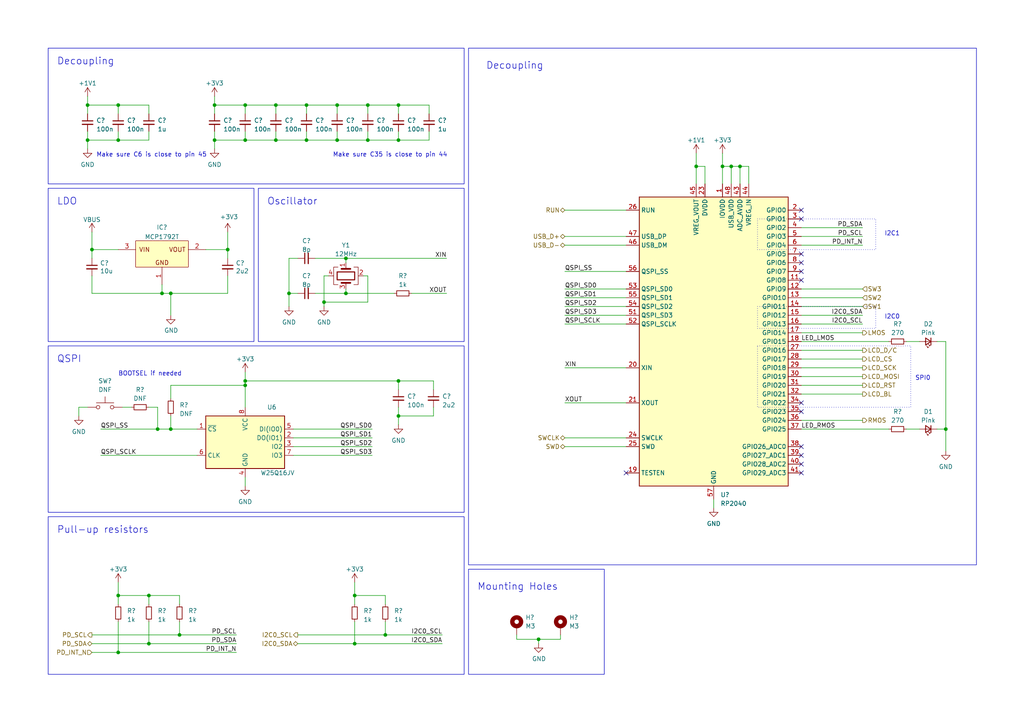
<source format=kicad_sch>
(kicad_sch (version 20230121) (generator eeschema)
  (paper "A4")
  (title_block (title "RP2040 Microcontroller") (date "2023-05-09") (rev "2") (company "Cuprum77"))
  (lib_symbols
    (symbol "Device:C_Small" (pin_numbers hide) (pin_names (offset 0.254) hide)
      (property "Reference" "C" (at 0.254 1.778 0))
      (property "Value" "C_Small" (at 0.254 -2.032 0))
      (symbol "C_Small_0_1"
        (polyline (pts (xy -1.524 -0.508) (xy 1.524 -0.508)) (stroke (width 0.3302)))
        (polyline (pts (xy -1.524 0.508) (xy 1.524 0.508)) (stroke (width 0.3048)))
      )
      (symbol "C_Small_1_1"
        (pin passive line (at 0 2.54 270) (length 2.032) (name "~") (number "1"))
        (pin passive line (at 0 -2.54 90) (length 2.032) (name "~") (number "2"))
      )
    )
    (symbol "Device:Crystal_GND24" (pin_names (offset 1.016) hide)
      (property "Reference" "Y" (at 3.175 5.08 0))
      (property "Value" "Crystal_GND24" (at 3.175 3.175 0))
      (symbol "Crystal_GND24_0_1"
        (rectangle (start -1.143 2.54) (end 1.143 -2.54) (stroke (width 0.3048)))
        (polyline (pts (xy -2.54 0) (xy -2.032 0)))
        (polyline (pts (xy -2.032 -1.27) (xy -2.032 1.27)) (stroke (width 0.508)))
        (polyline (pts (xy 0 -3.81) (xy 0 -3.556)))
        (polyline (pts (xy 0 3.556) (xy 0 3.81)))
        (polyline (pts (xy 2.032 -1.27) (xy 2.032 1.27)) (stroke (width 0.508)))
        (polyline (pts (xy 2.032 0) (xy 2.54 0)))
        (polyline (pts (xy -2.54 -2.286) (xy -2.54 -3.556) (xy 2.54 -3.556) (xy 2.54 -2.286)))
        (polyline (pts (xy -2.54 2.286) (xy -2.54 3.556) (xy 2.54 3.556) (xy 2.54 2.286)))
      )
      (symbol "Crystal_GND24_1_1"
        (pin passive line (at -3.81 0 0) (length 1.27) (name "1") (number "1"))
        (pin passive line (at 0 5.08 270) (length 1.27) (name "2") (number "2"))
        (pin passive line (at 3.81 0 180) (length 1.27) (name "3") (number "3"))
        (pin passive line (at 0 -5.08 90) (length 1.27) (name "4") (number "4"))
      )
    )
    (symbol "Device:LED_Small" (pin_numbers hide) (pin_names (offset 0.254) hide)
      (property "Reference" "D" (at -1.27 3.175 0))
      (property "Value" "LED_Small" (at -4.445 -2.54 0))
      (symbol "LED_Small_0_1"
        (polyline (pts (xy -0.762 -1.016) (xy -0.762 1.016)) (stroke (width 0.254)))
        (polyline (pts (xy 1.016 0) (xy -0.762 0)))
        (polyline (pts (xy 0.762 -1.016) (xy -0.762 0) (xy 0.762 1.016) (xy 0.762 -1.016)) (stroke (width 0.254)))
        (polyline (pts (xy 0 0.762) (xy -0.508 1.27) (xy -0.254 1.27) (xy -0.508 1.27) (xy -0.508 1.016)))
        (polyline (pts (xy 0.508 1.27) (xy 0 1.778) (xy 0.254 1.778) (xy 0 1.778) (xy 0 1.524)))
      )
      (symbol "LED_Small_1_1"
        (pin passive line (at -2.54 0 0) (length 1.778) (name "K") (number "1"))
        (pin passive line (at 2.54 0 180) (length 1.778) (name "A") (number "2"))
      )
    )
    (symbol "Device:R_Small" (pin_numbers hide) (pin_names (offset 0.254) hide)
      (property "Reference" "R" (at 0.762 0.508 0))
      (property "Value" "R_Small" (at 0.762 -1.016 0))
      (symbol "R_Small_0_1"
        (rectangle (start -0.762 1.778) (end 0.762 -1.778) (stroke (width 0.2032)))
      )
      (symbol "R_Small_1_1"
        (pin passive line (at 0 2.54 270) (length 0.762) (name "~") (number "1"))
        (pin passive line (at 0 -2.54 90) (length 0.762) (name "~") (number "2"))
      )
    )
    (symbol "MCU_RaspberryPi:RP2040"
      (property "Reference" "U" (at 17.78 45.72 0))
      (property "Value" "RP2040" (at 17.78 43.18 0))
      (symbol "RP2040_0_1"
        (rectangle (start -21.59 41.91) (end 21.59 -41.91) (stroke (width 0.254)) (fill (type background)))
      )
      (symbol "RP2040_1_1"
        (pin power_in line (at 2.54 45.72 270) (length 3.81) (name "IOVDD") (number "1"))
        (pin passive line (at 2.54 45.72 270) (length 3.81) hide (name "IOVDD") (number "10"))
        (pin bidirectional line (at 25.4 17.78 180) (length 3.81) (name "GPIO8") (number "11"))
        (pin bidirectional line (at 25.4 15.24 180) (length 3.81) (name "GPIO9") (number "12"))
        (pin bidirectional line (at 25.4 12.7 180) (length 3.81) (name "GPIO10") (number "13"))
        (pin bidirectional line (at 25.4 10.16 180) (length 3.81) (name "GPIO11") (number "14"))
        (pin bidirectional line (at 25.4 7.62 180) (length 3.81) (name "GPIO12") (number "15"))
        (pin bidirectional line (at 25.4 5.08 180) (length 3.81) (name "GPIO13") (number "16"))
        (pin bidirectional line (at 25.4 2.54 180) (length 3.81) (name "GPIO14") (number "17"))
        (pin bidirectional line (at 25.4 0 180) (length 3.81) (name "GPIO15") (number "18"))
        (pin input line (at -25.4 -38.1 0) (length 3.81) (name "TESTEN") (number "19"))
        (pin bidirectional line (at 25.4 38.1 180) (length 3.81) (name "GPIO0") (number "2"))
        (pin input line (at -25.4 -7.62 0) (length 3.81) (name "XIN") (number "20"))
        (pin passive line (at -25.4 -17.78 0) (length 3.81) (name "XOUT") (number "21"))
        (pin passive line (at 2.54 45.72 270) (length 3.81) hide (name "IOVDD") (number "22"))
        (pin power_in line (at -2.54 45.72 270) (length 3.81) (name "DVDD") (number "23"))
        (pin output line (at -25.4 -27.94 0) (length 3.81) (name "SWCLK") (number "24"))
        (pin bidirectional line (at -25.4 -30.48 0) (length 3.81) (name "SWD") (number "25"))
        (pin input line (at -25.4 38.1 0) (length 3.81) (name "RUN") (number "26"))
        (pin bidirectional line (at 25.4 -2.54 180) (length 3.81) (name "GPIO16") (number "27"))
        (pin bidirectional line (at 25.4 -5.08 180) (length 3.81) (name "GPIO17") (number "28"))
        (pin bidirectional line (at 25.4 -7.62 180) (length 3.81) (name "GPIO18") (number "29"))
        (pin bidirectional line (at 25.4 35.56 180) (length 3.81) (name "GPIO1") (number "3"))
        (pin bidirectional line (at 25.4 -10.16 180) (length 3.81) (name "GPIO19") (number "30"))
        (pin bidirectional line (at 25.4 -12.7 180) (length 3.81) (name "GPIO20") (number "31"))
        (pin bidirectional line (at 25.4 -15.24 180) (length 3.81) (name "GPIO21") (number "32"))
        (pin passive line (at 2.54 45.72 270) (length 3.81) hide (name "IOVDD") (number "33"))
        (pin bidirectional line (at 25.4 -17.78 180) (length 3.81) (name "GPIO22") (number "34"))
        (pin bidirectional line (at 25.4 -20.32 180) (length 3.81) (name "GPIO23") (number "35"))
        (pin bidirectional line (at 25.4 -22.86 180) (length 3.81) (name "GPIO24") (number "36"))
        (pin bidirectional line (at 25.4 -25.4 180) (length 3.81) (name "GPIO25") (number "37"))
        (pin bidirectional line (at 25.4 -30.48 180) (length 3.81) (name "GPIO26_ADC0") (number "38"))
        (pin bidirectional line (at 25.4 -33.02 180) (length 3.81) (name "GPIO27_ADC1") (number "39"))
        (pin bidirectional line (at 25.4 33.02 180) (length 3.81) (name "GPIO2") (number "4"))
        (pin bidirectional line (at 25.4 -35.56 180) (length 3.81) (name "GPIO28_ADC2") (number "40"))
        (pin bidirectional line (at 25.4 -38.1 180) (length 3.81) (name "GPIO29_ADC3") (number "41"))
        (pin passive line (at 2.54 45.72 270) (length 3.81) hide (name "IOVDD") (number "42"))
        (pin power_in line (at 7.62 45.72 270) (length 3.81) (name "ADC_AVDD") (number "43"))
        (pin power_in line (at 10.16 45.72 270) (length 3.81) (name "VREG_IN") (number "44"))
        (pin power_out line (at -5.08 45.72 270) (length 3.81) (name "VREG_VOUT") (number "45"))
        (pin bidirectional line (at -25.4 27.94 0) (length 3.81) (name "USB_DM") (number "46"))
        (pin bidirectional line (at -25.4 30.48 0) (length 3.81) (name "USB_DP") (number "47"))
        (pin power_in line (at 5.08 45.72 270) (length 3.81) (name "USB_VDD") (number "48"))
        (pin passive line (at 2.54 45.72 270) (length 3.81) hide (name "IOVDD") (number "49"))
        (pin bidirectional line (at 25.4 30.48 180) (length 3.81) (name "GPIO3") (number "5"))
        (pin passive line (at -2.54 45.72 270) (length 3.81) hide (name "DVDD") (number "50"))
        (pin bidirectional line (at -25.4 7.62 0) (length 3.81) (name "QSPI_SD3") (number "51"))
        (pin output line (at -25.4 5.08 0) (length 3.81) (name "QSPI_SCLK") (number "52"))
        (pin bidirectional line (at -25.4 15.24 0) (length 3.81) (name "QSPI_SD0") (number "53"))
        (pin bidirectional line (at -25.4 10.16 0) (length 3.81) (name "QSPI_SD2") (number "54"))
        (pin bidirectional line (at -25.4 12.7 0) (length 3.81) (name "QSPI_SD1") (number "55"))
        (pin bidirectional line (at -25.4 20.32 0) (length 3.81) (name "QSPI_SS") (number "56"))
        (pin power_in line (at 0 -45.72 90) (length 3.81) (name "GND") (number "57"))
        (pin bidirectional line (at 25.4 27.94 180) (length 3.81) (name "GPIO4") (number "6"))
        (pin bidirectional line (at 25.4 25.4 180) (length 3.81) (name "GPIO5") (number "7"))
        (pin bidirectional line (at 25.4 22.86 180) (length 3.81) (name "GPIO6") (number "8"))
        (pin bidirectional line (at 25.4 20.32 180) (length 3.81) (name "GPIO7") (number "9"))
      )
    )
    (symbol "Mechanical:MountingHole_Pad" (pin_numbers hide) (pin_names (offset 1.016) hide)
      (property "Reference" "H" (at 0 6.35 0))
      (property "Value" "MountingHole_Pad" (at 0 4.445 0))
      (symbol "MountingHole_Pad_0_1"
        (circle (center 0 1.27) (radius 1.27) (stroke (width 1.27)))
      )
      (symbol "MountingHole_Pad_1_1"
        (pin input line (at 0 -2.54 90) (length 2.54) (name "1") (number "1"))
      )
    )
    (symbol "Memory_Flash:W25Q32JVSS"
      (property "Reference" "U6" (at 6.35 10.16 0))
      (property "Value" "W25Q16JV" (at 4.445 -8.89 0))
      (symbol "W25Q32JVSS_0_1"
        (rectangle (start -11.43 7.62) (end 11.43 -7.62) (stroke (width 0.254)) (fill (type background)))
      )
      (symbol "W25Q32JVSS_1_1"
        (pin input line (at -13.97 3.81 0) (length 2.54) (name "~{CS}") (number "1"))
        (pin bidirectional line (at 13.97 1.27 180) (length 2.54) (name "DO(IO1)") (number "2"))
        (pin bidirectional line (at 13.97 -1.27 180) (length 2.54) (name "IO2") (number "3"))
        (pin power_in line (at 0 -10.16 90) (length 2.54) (name "GND") (number "4"))
        (pin bidirectional line (at 13.97 3.81 180) (length 2.54) (name "DI(IO0)") (number "5"))
        (pin input line (at -13.97 -3.81 0) (length 2.54) (name "CLK") (number "6"))
        (pin bidirectional line (at 13.97 -3.81 180) (length 2.54) (name "IO3") (number "7"))
        (pin power_in line (at 0 10.16 270) (length 2.54) (name "VCC") (number "8"))
      )
    )
    (symbol "SamacSys_Parts:MCP1792T-3302H_CB" (pin_names (offset 0.762))
      (property "Reference" "IC?" (at 13.97 6.4557 0))
      (property "Value" "MCP1792T-3302H_CB" (at 13.97 3.6806 0))
      (symbol "MCP1792T-3302H_CB_0_0"
        (text "GND" (at 12.7 -3.81 0) (effects (font (size 1.27 1.27))))
        (text "VIN" (at 7.62 0 0) (effects (font (size 1.27 1.27))))
        (text "VOUT" (at 17.145 0 0) (effects (font (size 1.27 1.27))))
        (pin passive line (at 12.7 -10.16 90) (length 5.08) (name "") (number "1"))
        (pin passive line (at 25.4 0 180) (length 5.08) (name "") (number "2"))
        (pin passive line (at 0 0 0) (length 5.08) (name "") (number "3"))
      )
      (symbol "MCP1792T-3302H_CB_0_1"
        (polyline (pts (xy 5.08 2.54) (xy 20.32 2.54) (xy 20.32 -5.08) (xy 5.08 -5.08) (xy 5.08 2.54)) (stroke (width 0.1524)) (fill (type background)))
      )
    )
    (symbol "Switch:SW_Push" (pin_numbers hide) (pin_names (offset 1.016) hide)
      (property "Reference" "SW" (at 1.27 2.54 0))
      (property "Value" "SW_Push" (at 0 -1.524 0))
      (symbol "SW_Push_0_1"
        (circle (center -2.032 0) (radius 0.508))
        (polyline (pts (xy 0 1.27) (xy 0 3.048)))
        (polyline (pts (xy 2.54 1.27) (xy -2.54 1.27)))
        (circle (center 2.032 0) (radius 0.508))
        (pin passive line (at -5.08 0 0) (length 2.54) (name "1") (number "1"))
        (pin passive line (at 5.08 0 180) (length 2.54) (name "2") (number "2"))
      )
    )
    (symbol "power:+1V1" (power) (pin_names (offset 0))
      (property "Value" "+1V1" (at 0 3.556 0))
      (symbol "+1V1_0_1"
        (polyline (pts (xy -0.762 1.27) (xy 0 2.54)))
        (polyline (pts (xy 0 0) (xy 0 2.54)))
        (polyline (pts (xy 0 2.54) (xy 0.762 1.27)))
      )
      (symbol "+1V1_1_1"
        (pin power_in line (at 0 0 90) (length 0) hide (name "+1V1") (number "1"))
      )
    )
    (symbol "power:+3V3" (power) (pin_names (offset 0))
      (property "Value" "+3V3" (at 0 3.556 0))
      (symbol "+3V3_0_1"
        (polyline (pts (xy -0.762 1.27) (xy 0 2.54)))
        (polyline (pts (xy 0 0) (xy 0 2.54)))
        (polyline (pts (xy 0 2.54) (xy 0.762 1.27)))
      )
      (symbol "+3V3_1_1"
        (pin power_in line (at 0 0 90) (length 0) hide (name "+3V3") (number "1"))
      )
    )
    (symbol "power:GND" (power) (pin_names (offset 0))
      (property "Value" "GND" (at 0 -3.81 0))
      (symbol "GND_0_1"
        (polyline (pts (xy 0 0) (xy 0 -1.27) (xy 1.27 -1.27) (xy 0 -2.54) (xy -1.27 -1.27) (xy 0 -1.27)))
      )
      (symbol "GND_1_1"
        (pin power_in line (at 0 0 270) (length 0) hide (name "GND") (number "1"))
      )
    )
    (symbol "power:VBUS" (power) (pin_names (offset 0))
      (property "Value" "VBUS" (at 0 3.81 0))
      (symbol "VBUS_0_1"
        (polyline (pts (xy -0.762 1.27) (xy 0 2.54)))
        (polyline (pts (xy 0 0) (xy 0 2.54)))
        (polyline (pts (xy 0 2.54) (xy 0.762 1.27)))
      )
      (symbol "VBUS_1_1"
        (pin power_in line (at 0 0 90) (length 0) hide (name "VBUS") (number "1"))
      )
    )
  )
  (junction (at 25.4 40.64))
  (junction (at 88.9 40.64))
  (junction (at 45.72 124.46))
  (junction (at 49.53 85.09))
  (junction (at 26.67 72.39))
  (junction (at 34.29 40.64))
  (junction (at 106.68 40.64))
  (junction (at 43.18 172.72))
  (junction (at 46.99 85.09))
  (junction (at 111.76 184.15))
  (junction (at 274.32 124.46))
  (junction (at 115.57 110.49))
  (junction (at 100.33 74.93))
  (junction (at 212.09 48.26))
  (junction (at 71.12 30.48))
  (junction (at 115.57 30.48))
  (junction (at 201.93 48.26))
  (junction (at 34.29 30.48))
  (junction (at 156.21 185.42))
  (junction (at 43.18 186.69))
  (junction (at 102.87 186.69))
  (junction (at 100.33 85.09))
  (junction (at 34.29 172.72))
  (junction (at 80.01 40.64))
  (junction (at 115.57 40.64))
  (junction (at 209.55 48.26))
  (junction (at 83.82 85.09))
  (junction (at 71.12 40.64))
  (junction (at 34.29 189.23))
  (junction (at 102.87 172.72))
  (junction (at 106.68 30.48))
  (junction (at 62.23 30.48))
  (junction (at 97.79 30.48))
  (junction (at 62.23 40.64))
  (junction (at 71.12 111.76))
  (junction (at 66.04 72.39))
  (junction (at 80.01 30.48))
  (junction (at 115.57 120.65))
  (junction (at 97.79 40.64))
  (junction (at 93.98 87.63))
  (junction (at 71.12 110.49))
  (junction (at 52.07 184.15))
  (junction (at 88.9 30.48))
  (junction (at 49.53 124.46))
  (junction (at 25.4 30.48))
  (junction (at 214.63 48.26))
  (no_connect (at 232.41 63.5))
  (no_connect (at 232.41 76.2))
  (no_connect (at 232.41 119.38))
  (no_connect (at 232.41 78.74))
  (no_connect (at 232.41 60.96))
  (no_connect (at 232.41 137.16))
  (no_connect (at 232.41 73.66))
  (no_connect (at 232.41 134.62))
  (no_connect (at 232.41 116.84))
  (no_connect (at 232.41 81.28))
  (no_connect (at 232.41 129.54))
  (no_connect (at 181.61 137.16))
  (no_connect (at 232.41 132.08))
  (wire (pts (xy 115.57 110.49) (xy 125.73 110.49)))
  (wire (pts (xy 201.93 53.34) (xy 201.93 48.26)))
  (wire (pts (xy 97.79 30.48) (xy 97.79 33.02)))
  (wire (pts (xy 102.87 168.91) (xy 102.87 172.72)))
  (wire (pts (xy 83.82 85.09) (xy 86.36 85.09)))
  (wire (pts (xy 102.87 175.26) (xy 102.87 172.72)))
  (wire (pts (xy 85.09 132.08) (xy 107.95 132.08)))
  (wire (pts (xy 43.18 180.34) (xy 43.18 186.69)))
  (wire (pts (xy 93.98 87.63) (xy 93.98 80.01)))
  (wire (pts (xy 71.12 140.97) (xy 71.12 138.43)))
  (wire (pts (xy 232.41 121.92) (xy 250.19 121.92)))
  (wire (pts (xy 163.83 78.74) (xy 181.61 78.74)))
  (wire (pts (xy 111.76 180.34) (xy 111.76 184.15)))
  (wire (pts (xy 34.29 189.23) (xy 68.58 189.23)))
  (wire (pts (xy 71.12 107.95) (xy 71.12 110.49)))
  (wire (pts (xy 214.63 48.26) (xy 212.09 48.26)))
  (wire (pts (xy 232.41 88.9) (xy 250.19 88.9)))
  (wire (pts (xy 52.07 184.15) (xy 68.58 184.15)))
  (wire (pts (xy 71.12 30.48) (xy 80.01 30.48)))
  (wire (pts (xy 232.41 106.68) (xy 250.19 106.68)))
  (wire (pts (xy 209.55 44.45) (xy 209.55 48.26)))
  (wire (pts (xy 217.17 48.26) (xy 214.63 48.26)))
  (wire (pts (xy 209.55 48.26) (xy 209.55 53.34)))
  (wire (pts (xy 115.57 40.64) (xy 124.46 40.64)))
  (wire (pts (xy 163.83 86.36) (xy 181.61 86.36)))
  (wire (pts (xy 207.01 147.32) (xy 207.01 144.78)))
  (wire (pts (xy 115.57 30.48) (xy 115.57 33.02)))
  (wire (pts (xy 52.07 172.72) (xy 43.18 172.72)))
  (wire (pts (xy 163.83 93.98) (xy 181.61 93.98)))
  (wire (pts (xy 83.82 88.9) (xy 83.82 85.09)))
  (wire (pts (xy 45.72 124.46) (xy 49.53 124.46)))
  (wire (pts (xy 86.36 184.15) (xy 111.76 184.15)))
  (wire (pts (xy 163.83 91.44) (xy 181.61 91.44)))
  (wire (pts (xy 115.57 113.03) (xy 115.57 110.49)))
  (wire (pts (xy 80.01 40.64) (xy 88.9 40.64)))
  (wire (pts (xy 85.09 129.54) (xy 107.95 129.54)))
  (wire (pts (xy 162.56 184.15) (xy 162.56 185.42)))
  (wire (pts (xy 43.18 118.11) (xy 45.72 118.11)))
  (wire (pts (xy 62.23 30.48) (xy 71.12 30.48)))
  (wire (pts (xy 85.09 124.46) (xy 107.95 124.46)))
  (wire (pts (xy 232.41 93.98) (xy 250.19 93.98)))
  (wire (pts (xy 26.67 67.31) (xy 26.67 72.39)))
  (wire (pts (xy 62.23 38.1) (xy 62.23 40.64)))
  (wire (pts (xy 62.23 30.48) (xy 62.23 33.02)))
  (wire (pts (xy 257.81 99.06) (xy 232.41 99.06)))
  (wire (pts (xy 100.33 85.09) (xy 100.33 83.82)))
  (wire (pts (xy 232.41 104.14) (xy 250.19 104.14)))
  (wire (pts (xy 105.41 80.01) (xy 106.68 80.01)))
  (wire (pts (xy 25.4 40.64) (xy 25.4 43.18)))
  (wire (pts (xy 49.53 111.76) (xy 71.12 111.76)))
  (wire (pts (xy 204.47 48.26) (xy 204.47 53.34)))
  (wire (pts (xy 106.68 87.63) (xy 93.98 87.63)))
  (wire (pts (xy 34.29 180.34) (xy 34.29 189.23)))
  (wire (pts (xy 97.79 40.64) (xy 106.68 40.64)))
  (wire (pts (xy 26.67 85.09) (xy 46.99 85.09)))
  (wire (pts (xy 26.67 80.01) (xy 26.67 85.09)))
  (wire (pts (xy 106.68 40.64) (xy 106.68 38.1)))
  (wire (pts (xy 163.83 116.84) (xy 181.61 116.84)))
  (wire (pts (xy 91.44 74.93) (xy 100.33 74.93)))
  (wire (pts (xy 125.73 118.11) (xy 125.73 120.65)))
  (wire (pts (xy 163.83 83.82) (xy 181.61 83.82)))
  (wire (pts (xy 25.4 30.48) (xy 25.4 33.02)))
  (wire (pts (xy 100.33 85.09) (xy 114.3 85.09)))
  (wire (pts (xy 232.41 91.44) (xy 250.19 91.44)))
  (wire (pts (xy 125.73 113.03) (xy 125.73 110.49)))
  (wire (pts (xy 163.83 71.12) (xy 181.61 71.12)))
  (wire (pts (xy 46.99 82.55) (xy 46.99 85.09)))
  (wire (pts (xy 250.19 96.52) (xy 232.41 96.52)))
  (wire (pts (xy 29.21 124.46) (xy 45.72 124.46)))
  (wire (pts (xy 163.83 106.68) (xy 181.61 106.68)))
  (wire (pts (xy 93.98 80.01) (xy 95.25 80.01)))
  (wire (pts (xy 111.76 175.26) (xy 111.76 172.72)))
  (wire (pts (xy 80.01 30.48) (xy 80.01 33.02)))
  (wire (pts (xy 25.4 27.94) (xy 25.4 30.48)))
  (wire (pts (xy 49.53 91.44) (xy 49.53 85.09)))
  (wire (pts (xy 22.86 118.11) (xy 22.86 120.65)))
  (wire (pts (xy 49.53 124.46) (xy 57.15 124.46)))
  (wire (pts (xy 125.73 120.65) (xy 115.57 120.65)))
  (wire (pts (xy 232.41 114.3) (xy 250.19 114.3)))
  (wire (pts (xy 52.07 180.34) (xy 52.07 184.15)))
  (wire (pts (xy 102.87 180.34) (xy 102.87 186.69)))
  (wire (pts (xy 71.12 111.76) (xy 71.12 118.11)))
  (wire (pts (xy 129.54 85.09) (xy 119.38 85.09)))
  (wire (pts (xy 274.32 130.81) (xy 274.32 124.46)))
  (wire (pts (xy 49.53 111.76) (xy 49.53 115.57)))
  (wire (pts (xy 115.57 40.64) (xy 115.57 38.1)))
  (wire (pts (xy 43.18 30.48) (xy 43.18 33.02)))
  (wire (pts (xy 26.67 72.39) (xy 26.67 74.93)))
  (wire (pts (xy 71.12 40.64) (xy 80.01 40.64)))
  (wire (pts (xy 52.07 175.26) (xy 52.07 172.72)))
  (wire (pts (xy 149.86 185.42) (xy 149.86 184.15)))
  (wire (pts (xy 115.57 120.65) (xy 115.57 118.11)))
  (wire (pts (xy 163.83 68.58) (xy 181.61 68.58)))
  (wire (pts (xy 49.53 85.09) (xy 66.04 85.09)))
  (wire (pts (xy 212.09 53.34) (xy 212.09 48.26)))
  (wire (pts (xy 45.72 118.11) (xy 45.72 124.46)))
  (wire (pts (xy 26.67 189.23) (xy 34.29 189.23)))
  (wire (pts (xy 88.9 40.64) (xy 97.79 40.64)))
  (wire (pts (xy 49.53 120.65) (xy 49.53 124.46)))
  (wire (pts (xy 66.04 80.01) (xy 66.04 85.09)))
  (wire (pts (xy 163.83 129.54) (xy 181.61 129.54)))
  (wire (pts (xy 83.82 85.09) (xy 83.82 74.93)))
  (wire (pts (xy 100.33 76.2) (xy 100.33 74.93)))
  (wire (pts (xy 262.89 124.46) (xy 266.7 124.46)))
  (wire (pts (xy 97.79 40.64) (xy 97.79 38.1)))
  (wire (pts (xy 271.78 99.06) (xy 274.32 99.06)))
  (wire (pts (xy 106.68 30.48) (xy 106.68 33.02)))
  (wire (pts (xy 106.68 40.64) (xy 115.57 40.64)))
  (wire (pts (xy 43.18 30.48) (xy 34.29 30.48)))
  (wire (pts (xy 257.81 124.46) (xy 232.41 124.46)))
  (wire (pts (xy 106.68 80.01) (xy 106.68 87.63)))
  (wire (pts (xy 115.57 30.48) (xy 124.46 30.48)))
  (wire (pts (xy 83.82 74.93) (xy 86.36 74.93)))
  (wire (pts (xy 274.32 124.46) (xy 271.78 124.46)))
  (wire (pts (xy 71.12 110.49) (xy 115.57 110.49)))
  (wire (pts (xy 232.41 111.76) (xy 250.19 111.76)))
  (wire (pts (xy 71.12 40.64) (xy 71.12 38.1)))
  (wire (pts (xy 85.09 127) (xy 107.95 127)))
  (wire (pts (xy 71.12 30.48) (xy 71.12 33.02)))
  (wire (pts (xy 34.29 30.48) (xy 34.29 33.02)))
  (wire (pts (xy 86.36 186.69) (xy 102.87 186.69)))
  (wire (pts (xy 217.17 53.34) (xy 217.17 48.26)))
  (wire (pts (xy 34.29 172.72) (xy 34.29 175.26)))
  (wire (pts (xy 97.79 30.48) (xy 106.68 30.48)))
  (wire (pts (xy 43.18 186.69) (xy 68.58 186.69)))
  (wire (pts (xy 232.41 109.22) (xy 250.19 109.22)))
  (wire (pts (xy 26.67 184.15) (xy 52.07 184.15)))
  (wire (pts (xy 34.29 168.91) (xy 34.29 172.72)))
  (wire (pts (xy 25.4 40.64) (xy 34.29 40.64)))
  (wire (pts (xy 232.41 66.04) (xy 250.19 66.04)))
  (wire (pts (xy 43.18 175.26) (xy 43.18 172.72)))
  (wire (pts (xy 274.32 99.06) (xy 274.32 124.46)))
  (wire (pts (xy 88.9 30.48) (xy 88.9 33.02)))
  (wire (pts (xy 106.68 30.48) (xy 115.57 30.48)))
  (wire (pts (xy 66.04 67.31) (xy 66.04 72.39)))
  (wire (pts (xy 232.41 71.12) (xy 250.19 71.12)))
  (wire (pts (xy 232.41 68.58) (xy 250.19 68.58)))
  (wire (pts (xy 232.41 86.36) (xy 250.19 86.36)))
  (wire (pts (xy 59.69 72.39) (xy 66.04 72.39)))
  (wire (pts (xy 162.56 185.42) (xy 156.21 185.42)))
  (wire (pts (xy 35.56 118.11) (xy 38.1 118.11)))
  (wire (pts (xy 93.98 88.9) (xy 93.98 87.63)))
  (wire (pts (xy 201.93 44.45) (xy 201.93 48.26)))
  (wire (pts (xy 25.4 38.1) (xy 25.4 40.64)))
  (wire (pts (xy 156.21 185.42) (xy 149.86 185.42)))
  (wire (pts (xy 46.99 85.09) (xy 49.53 85.09)))
  (wire (pts (xy 43.18 38.1) (xy 43.18 40.64)))
  (wire (pts (xy 163.83 88.9) (xy 181.61 88.9)))
  (wire (pts (xy 156.21 186.69) (xy 156.21 185.42)))
  (wire (pts (xy 124.46 40.64) (xy 124.46 38.1)))
  (wire (pts (xy 66.04 72.39) (xy 66.04 74.93)))
  (wire (pts (xy 80.01 30.48) (xy 88.9 30.48)))
  (wire (pts (xy 115.57 120.65) (xy 115.57 123.19)))
  (wire (pts (xy 88.9 30.48) (xy 97.79 30.48)))
  (wire (pts (xy 212.09 48.26) (xy 209.55 48.26)))
  (wire (pts (xy 102.87 186.69) (xy 128.27 186.69)))
  (wire (pts (xy 34.29 38.1) (xy 34.29 40.64)))
  (wire (pts (xy 43.18 172.72) (xy 34.29 172.72)))
  (wire (pts (xy 163.83 60.96) (xy 181.61 60.96)))
  (wire (pts (xy 91.44 85.09) (xy 100.33 85.09)))
  (wire (pts (xy 34.29 30.48) (xy 25.4 30.48)))
  (wire (pts (xy 62.23 40.64) (xy 71.12 40.64)))
  (wire (pts (xy 111.76 184.15) (xy 128.27 184.15)))
  (wire (pts (xy 232.41 83.82) (xy 250.19 83.82)))
  (wire (pts (xy 62.23 43.18) (xy 62.23 40.64)))
  (wire (pts (xy 262.89 99.06) (xy 266.7 99.06)))
  (wire (pts (xy 232.41 101.6) (xy 250.19 101.6)))
  (wire (pts (xy 71.12 110.49) (xy 71.12 111.76)))
  (wire (pts (xy 201.93 48.26) (xy 204.47 48.26)))
  (wire (pts (xy 22.86 118.11) (xy 25.4 118.11)))
  (wire (pts (xy 80.01 40.64) (xy 80.01 38.1)))
  (wire (pts (xy 62.23 27.94) (xy 62.23 30.48)))
  (wire (pts (xy 163.83 127) (xy 181.61 127)))
  (wire (pts (xy 88.9 40.64) (xy 88.9 38.1)))
  (wire (pts (xy 214.63 53.34) (xy 214.63 48.26)))
  (wire (pts (xy 100.33 74.93) (xy 129.54 74.93)))
  (wire (pts (xy 26.67 72.39) (xy 34.29 72.39)))
  (wire (pts (xy 26.67 186.69) (xy 43.18 186.69)))
  (wire (pts (xy 124.46 30.48) (xy 124.46 33.02)))
  (wire (pts (xy 102.87 172.72) (xy 111.76 172.72)))
  (wire (pts (xy 29.21 132.08) (xy 57.15 132.08)))
  (wire (pts (xy 34.29 40.64) (xy 43.18 40.64)))
  (rectangle (start 13.97 149.86) (end 134.62 195.58))
  (rectangle (start 74.93 54.61) (end 134.62 99.06))
  (rectangle (start 135.89 165.1) (end 175.26 195.58))
  (rectangle (start 219.71 63.5) (end 254 72.39) (stroke (width 0) (type dot)))
  (rectangle (start 219.71 100.33) (end 264.16 118.11) (stroke (width 0) (type dot)))
  (rectangle (start 13.97 100.33) (end 134.62 148.59))
  (rectangle (start 13.97 54.61) (end 73.66 99.06))
  (rectangle (start 135.89 13.97) (end 283.21 163.83))
  (rectangle (start 13.97 13.97) (end 134.62 53.34))
  (rectangle (start 219.71 88.9) (end 254 95.25) (stroke (width 0) (type dot)))
  (text "Oscillator" (at 77.47 59.69 0) (effects (font (size 2 2)) (justify left bottom)))
  (text "SPI0" (at 265.43 110.49 0) (effects (font (size 1.27 1.27)) (justify left bottom)))
  (text "Pull-up resistors" (at 16.51 154.94 0) (effects (font (size 2 2)) (justify left bottom)))
  (text "Mounting Holes" (at 138.43 171.45 0) (effects (font (size 2 2)) (justify left bottom)))
  (text "I2C1" (at 256.54 68.58 0) (effects (font (size 1.27 1.27)) (justify left bottom)))
  (text "Decoupling" (at 16.51 19.05 0) (effects (font (size 2 2)) (justify left bottom)))
  (text "QSPI" (at 16.51 105.41 0) (effects (font (size 2 2)) (justify left bottom)))
  (text "Decoupling" (at 140.97 20.32 0) (effects (font (size 2 2)) (justify left bottom)))
  (text "Make sure C6 is close to pin 45" (at 27.94 45.72 0) (effects (font (size 1.27 1.27)) (justify left bottom)))
  (text "I2C0" (at 256.54 92.71 0) (effects (font (size 1.27 1.27)) (justify left bottom)))
  (text "Make sure C35 is close to pin 44" (at 96.52 45.72 0) (effects (font (size 1.27 1.27)) (justify left bottom)))
  (text "BOOTSEL if needed" (at 34.29 109.22 0) (effects (font (size 1.27 1.27)) (justify left bottom)))
  (text "LDO" (at 16.51 59.69 0) (effects (font (size 2 2)) (justify left bottom)))
  (label "QSPI_SD1" (at 163.83 86.36 0))
  (label "I2C0_SCL" (at 250.19 93.98 180))
  (label "XOUT" (at 129.54 85.09 180))
  (label "I2C0_SCL" (at 128.27 184.15 180))
  (label "QSPI_SCLK" (at 29.21 132.08 0))
  (label "LED_RMOS" (at 232.41 124.46 0))
  (label "LED_LMOS" (at 232.41 99.06 0))
  (label "XOUT" (at 163.83 116.84 0))
  (label "PD_INT_N" (at 68.58 189.23 180))
  (label "QSPI_SD0" (at 107.95 124.46 180))
  (label "PD_SCL" (at 250.19 68.58 180))
  (label "QSPI_SS" (at 163.83 78.74 0))
  (label "QSPI_SS" (at 29.21 124.46 0))
  (label "PD_SDA" (at 68.58 186.69 180))
  (label "QSPI_SD3" (at 163.83 91.44 0))
  (label "PD_INT_N" (at 250.19 71.12 180))
  (label "QSPI_SD2" (at 107.95 129.54 180))
  (label "QSPI_SD0" (at 163.83 83.82 0))
  (label "PD_SDA" (at 250.19 66.04 180))
  (label "XIN" (at 129.54 74.93 180))
  (label "PD_SCL" (at 68.58 184.15 180))
  (label "QSPI_SCLK" (at 163.83 93.98 0))
  (label "I2C0_SDA" (at 250.19 91.44 180))
  (label "I2C0_SDA" (at 128.27 186.69 180))
  (label "QSPI_SD3" (at 107.95 132.08 180))
  (label "QSPI_SD1" (at 107.95 127 180))
  (label "QSPI_SD2" (at 163.83 88.9 0))
  (label "XIN" (at 163.83 106.68 0))
  (hierarchical_label "RMOS" (shape output) (at 250.19 121.92 0))
  (hierarchical_label "LCD_MOSI" (shape output) (at 250.19 109.22 0))
  (hierarchical_label "RUN" (shape bidirectional) (at 163.83 60.96 180))
  (hierarchical_label "PD_INT_N" (shape input) (at 26.67 189.23 180))
  (hierarchical_label "LMOS" (shape output) (at 250.19 96.52 0))
  (hierarchical_label "LCD_CS" (shape output) (at 250.19 104.14 0))
  (hierarchical_label "SW2" (shape input) (at 250.19 86.36 0))
  (hierarchical_label "LCD_RST" (shape output) (at 250.19 111.76 0))
  (hierarchical_label "I2C0_SCL" (shape output) (at 86.36 184.15 180))
  (hierarchical_label "LCD_BL" (shape output) (at 250.19 114.3 0))
  (hierarchical_label "LCD_SCK" (shape output) (at 250.19 106.68 0))
  (hierarchical_label "SWCLK" (shape bidirectional) (at 163.83 127 180))
  (hierarchical_label "PD_SDA" (shape bidirectional) (at 26.67 186.69 180))
  (hierarchical_label "SW3" (shape input) (at 250.19 83.82 0))
  (hierarchical_label "SW1" (shape input) (at 250.19 88.9 0))
  (hierarchical_label "I2C0_SDA" (shape bidirectional) (at 86.36 186.69 180))
  (hierarchical_label "USB_D+" (shape bidirectional) (at 163.83 68.58 180))
  (hierarchical_label "PD_SCL" (shape output) (at 26.67 184.15 180))
  (hierarchical_label "SWD" (shape bidirectional) (at 163.83 129.54 180))
  (hierarchical_label "USB_D-" (shape bidirectional) (at 163.83 71.12 180))
  (hierarchical_label "LCD_D{slash}C" (shape output) (at 250.19 101.6 0))
  (symbol (lib_id "power:GND") (at 25.4 43.18 0) (unit 1)
    (property "Reference" "#PWR?" (effects hide))
    (property "Value" "GND" (at 25.4 47.7425 0))
    (instances (project "USB-PD" (path "" (reference "#PWR?") (unit 1)) (path "" (reference "#PWR08") (unit 1))))
  )
  (symbol (lib_id "power:+3V3") (at 209.55 44.45 0) (unit 1)
    (property "Reference" "#PWR?" (effects hide))
    (property "Value" "+3V3" (at 209.55 40.64 0))
    (instances (project "USB-PD" (path "" (reference "#PWR?") (unit 1)) (path "" (reference "#PWR021") (unit 1))))
  )
  (symbol (lib_id "power:+3V3") (at 62.23 27.94 0) (unit 1)
    (property "Reference" "#PWR?" (effects hide))
    (property "Value" "+3V3" (at 62.23 24.13 0))
    (instances (project "USB-PD" (path "" (reference "#PWR?") (unit 1)) (path "" (reference "#PWR010") (unit 1))))
  )
  (symbol (lib_id "power:+3V3") (at 34.29 168.91 0) (unit 1)
    (property "Reference" "#PWR?" (effects hide))
    (property "Value" "+3V3" (at 34.29 165.1 0))
    (instances (project "USB-PD" (path "" (reference "#PWR?") (unit 1)) (path "" (reference "#PWR041") (unit 1))))
  )
  (symbol (lib_id "Device:R_Small") (at 52.07 177.8 180) (unit 1)
    (property "Reference" "R?" (at 54.61 177.165 0) (effects (justify right)))
    (property "Value" "1k" (at 54.61 179.705 0) (effects (justify right)))
    (property "Footprint" "KiCAD Library:R_0603_1608Metric" (effects hide))
    (instances (project "USB-PD" (path "" (reference "R?") (unit 1)) (path "" (reference "R9") (unit 1)) (path "" (reference "R10") (unit 1))))
  )
  (symbol (lib_id "Device:LED_Small") (at 269.24 124.46 180) (unit 1)
    (property "Reference" "D1" (at 269.24 119.38 0))
    (property "Value" "Pink" (at 269.24 121.92 0))
    (property "Footprint" "Diode_SMD:D_0805_2012Metric" (effects hide))
  )
  (symbol (lib_id "Device:C_Small") (at 34.29 35.56 0) (unit 1)
    (property "Reference" "C?" (at 36.83 34.9313 0) (effects (justify left)))
    (property "Value" "100n" (at 36.83 37.4713 0) (effects (justify left)))
    (property "Footprint" "KiCAD Library:C_0603_1608Metric" (effects hide))
    (instances (project "USB-PD" (path "" (reference "C?") (unit 1)) (path "" (reference "C10") (unit 1))))
  )
  (symbol (lib_id "power:GND") (at 207.01 147.32 0) (unit 1)
    (property "Reference" "#PWR?" (effects hide))
    (property "Value" "GND" (at 207.01 151.8825 0))
    (instances (project "USB-PD" (path "" (reference "#PWR?") (unit 1)) (path "" (reference "#PWR028") (unit 1))))
  )
  (symbol (lib_id "power:GND") (at 274.32 130.81 0) (unit 1)
    (property "Reference" "#PWR?" (effects hide))
    (property "Value" "GND" (at 274.32 135.3725 0))
    (instances (project "USB-PD" (path "" (reference "#PWR?") (unit 1)) (path "" (reference "#PWR051") (unit 1))))
  )
  (symbol (lib_id "power:+3V3") (at 66.04 67.31 0) (unit 1)
    (property "Reference" "#PWR?" (effects hide))
    (property "Value" "+3V3" (at 66.421 62.9158 0))
    (instances (project "USB-PD" (path "" (reference "#PWR?") (unit 1)) (path "" (reference "#PWR038") (unit 1))))
  )
  (symbol (lib_id "Mechanical:MountingHole_Pad") (at 162.56 181.61 0) (unit 1)
    (property "Reference" "H?" (at 165.1 179.0699 0) (effects (justify left)))
    (property "Value" "M3" (at 165.1 181.6099 0) (effects (justify left)))
    (property "Footprint" "MountingHole:MountingHole_3.2mm_M3_DIN965_Pad_TopBottom" (effects hide))
    (instances (project "USB-PD" (path "" (reference "H?") (unit 1)) (path "" (reference "H2") (unit 1))))
  )
  (symbol (lib_id "Mechanical:MountingHole_Pad") (at 149.86 181.61 0) (unit 1)
    (property "Reference" "H?" (at 152.4 179.0699 0) (effects (justify left)))
    (property "Value" "M3" (at 152.4 181.6099 0) (effects (justify left)))
    (property "Footprint" "MountingHole:MountingHole_3.2mm_M3_DIN965_Pad_TopBottom" (effects hide))
    (instances (project "USB-PD" (path "" (reference "H?") (unit 1)) (path "" (reference "H1") (unit 1))))
  )
  (symbol (lib_id "Device:Crystal_GND24") (at 100.33 80.01 270) (unit 1)
    (property "Reference" "Y1" (at 100.33 71.12 90))
    (property "Value" "12MHz" (at 100.33 73.66 90))
    (property "Footprint" "Crystal:Crystal_SMD_2520-4Pin_2.5x2.0mm" (effects hide))
  )
  (symbol (lib_id "power:GND") (at 49.53 91.44 0) (unit 1)
    (property "Reference" "#PWR?" (effects hide))
    (property "Value" "GND" (at 49.657 95.8342 0))
    (instances (project "USB-PD" (path "" (reference "#PWR?") (unit 1)) (path "" (reference "#PWR037") (unit 1))))
  )
  (symbol (lib_id "Memory_Flash:W25Q32JVSS") (at 71.12 128.27 0) (unit 1)
    (property "Reference" "U6" (at 77.47 118.11 0) (effects (justify left)))
    (property "Value" "W25Q16JV" (at 75.565 137.16 0) (effects (justify left)))
    (property "Footprint" "Package_SO:SOIC-8_3.9x4.9mm_P1.27mm" (effects hide))
    (property "Datasheet" "http://www.winbond.com/resource-files/w25q32jv%20revg%2003272018%20plus.pdf" (effects hide))
  )
  (symbol (lib_id "Device:C_Small") (at 88.9 85.09 90) (unit 1)
    (property "Reference" "C?" (at 88.9063 80.01 90))
    (property "Value" "8p" (at 88.9063 82.55 90))
    (property "Footprint" "KiCAD Library:C_0603_1608Metric" (effects hide))
    (instances (project "USB-PD" (path "" (reference "C?") (unit 1)) (path "" (reference "C38") (unit 1))))
  )
  (symbol (lib_id "power:+1V1") (at 201.93 44.45 0) (unit 1)
    (property "Reference" "#PWR016" (effects hide))
    (property "Value" "+1V1" (at 201.93 40.64 0))
  )
  (symbol (lib_id "Device:R_Small") (at 102.87 177.8 180) (unit 1)
    (property "Reference" "R?" (at 105.41 177.165 0) (effects (justify right)))
    (property "Value" "1k" (at 105.41 179.705 0) (effects (justify right)))
    (property "Footprint" "KiCAD Library:R_0603_1608Metric" (effects hide))
    (instances (project "USB-PD" (path "" (reference "R?") (unit 1)) (path "" (reference "R9") (unit 1)) (path "" (reference "R12") (unit 1))))
  )
  (symbol (lib_id "Device:R_Small") (at 260.35 99.06 270) (unit 1)
    (property "Reference" "R?" (at 260.35 93.98 90))
    (property "Value" "270" (at 260.35 96.52 90))
    (property "Footprint" "KiCAD Library:R_0603_1608Metric" (effects hide))
    (instances (project "USB-PD" (path "" (reference "R?") (unit 1)) (path "" (reference "R9") (unit 1)) (path "" (reference "R14") (unit 1))))
  )
  (symbol (lib_id "MCU_RaspberryPi:RP2040") (at 207.01 99.06 0) (unit 1)
    (property "Reference" "U?" (at 208.9659 143.51 0) (effects (justify left)))
    (property "Value" "RP2040" (at 208.9659 146.05 0) (effects (justify left)))
    (property "Footprint" "Package_DFN_QFN:QFN-56-1EP_7x7mm_P0.4mm_EP3.2x3.2mm" (effects hide))
    (property "Datasheet" "https://datasheets.raspberrypi.com/rp2040/rp2040-datasheet.pdf" (effects hide))
    (instances (project "USB-PD" (path "" (reference "U?") (unit 1)) (path "" (reference "U2") (unit 1))))
  )
  (symbol (lib_id "power:+3V3") (at 71.12 107.95 0) (unit 1)
    (property "Reference" "#PWR?" (effects hide))
    (property "Value" "+3V3" (at 71.12 104.14 0))
    (instances (project "USB-PD" (path "" (reference "#PWR?") (unit 1)) (path "" (reference "#PWR050") (unit 1))))
  )
  (symbol (lib_id "Switch:SW_Push") (at 30.48 118.11 0) (unit 1)
    (property "Reference" "SW?" (at 30.48 110.49 0))
    (property "Value" "DNF" (at 30.48 113.03 0))
    (property "Footprint" "KiCAD Library:PTS636 SM25J SMTR LFS" (effects hide))
    (instances (project "USB-PD" (path "" (reference "SW?") (unit 1)) (path "" (reference "SW3") (unit 1)) (path "" (reference "SW4") (unit 1))))
  )
  (symbol (lib_id "Device:C_Small") (at 25.4 35.56 0) (unit 1)
    (property "Reference" "C?" (at 27.94 34.9313 0) (effects (justify left)))
    (property "Value" "100n" (at 27.94 37.4713 0) (effects (justify left)))
    (property "Footprint" "KiCAD Library:C_0603_1608Metric" (effects hide))
    (instances (project "USB-PD" (path "" (reference "C?") (unit 1)) (path "" (reference "C8") (unit 1))))
  )
  (symbol (lib_id "Device:R_Small") (at 116.84 85.09 270) (unit 1)
    (property "Reference" "R?" (at 116.84 80.01 90))
    (property "Value" "1k" (at 116.84 82.55 90))
    (property "Footprint" "KiCAD Library:R_0603_1608Metric" (effects hide))
    (instances (project "USB-PD" (path "" (reference "R?") (unit 1)) (path "" (reference "R9") (unit 1)) (path "" (reference "R15") (unit 1))))
  )
  (symbol (lib_id "Device:C_Small") (at 97.79 35.56 0) (unit 1)
    (property "Reference" "C?" (at 100.33 34.9313 0) (effects (justify left)))
    (property "Value" "100n" (at 100.33 37.4713 0) (effects (justify left)))
    (property "Footprint" "KiCAD Library:C_0603_1608Metric" (effects hide))
    (instances (project "USB-PD" (path "" (reference "C?") (unit 1)) (path "" (reference "C32") (unit 1))))
  )
  (symbol (lib_id "power:GND") (at 83.82 88.9 0) (unit 1)
    (property "Reference" "#PWR?" (effects hide))
    (property "Value" "GND" (at 83.82 93.4625 0))
    (instances (project "USB-PD" (path "" (reference "#PWR?") (unit 1)) (path "" (reference "#PWR052") (unit 1))))
  )
  (symbol (lib_id "Device:C_Small") (at 124.46 35.56 0) (unit 1)
    (property "Reference" "C?" (at 127 34.9313 0) (effects (justify left)))
    (property "Value" "1u" (at 127 37.4713 0) (effects (justify left)))
    (property "Footprint" "KiCAD Library:C_0603_1608Metric" (effects hide))
    (instances (project "USB-PD" (path "" (reference "C?") (unit 1)) (path "" (reference "C35") (unit 1))))
  )
  (symbol (lib_id "Device:C_Small") (at 106.68 35.56 0) (unit 1)
    (property "Reference" "C?" (at 109.22 34.9313 0) (effects (justify left)))
    (property "Value" "100n" (at 109.22 37.4713 0) (effects (justify left)))
    (property "Footprint" "KiCAD Library:C_0603_1608Metric" (effects hide))
    (instances (project "USB-PD" (path "" (reference "C?") (unit 1)) (path "" (reference "C33") (unit 1))))
  )
  (symbol (lib_id "power:GND") (at 93.98 88.9 0) (unit 1)
    (property "Reference" "#PWR?" (effects hide))
    (property "Value" "GND" (at 93.98 93.4625 0))
    (instances (project "USB-PD" (path "" (reference "#PWR?") (unit 1)) (path "" (reference "#PWR053") (unit 1))))
  )
  (symbol (lib_id "Device:R_Small") (at 260.35 124.46 270) (unit 1)
    (property "Reference" "R?" (at 260.35 119.38 90))
    (property "Value" "270" (at 260.35 121.92 90))
    (property "Footprint" "KiCAD Library:R_0603_1608Metric" (effects hide))
    (instances (project "USB-PD" (path "" (reference "R?") (unit 1)) (path "" (reference "R9") (unit 1)) (path "" (reference "R3") (unit 1))))
  )
  (symbol (lib_id "SamacSys_Parts:MCP1792T-3302H_CB") (at 34.29 72.39 0) (unit 1)
    (property "Reference" "IC?" (at 46.99 65.9343 0))
    (property "Value" "MCP1792T" (at 46.99 68.7094 0))
    (property "Footprint" "Package_TO_SOT_SMD:SOT-23" (effects hide))
    (property "Datasheet" "https://4donline.ihs.com/images/VipMasterIC/IC/MCHP/MCHP-S-A0008597986/MCHP-S-A0008597986-1.pdf?hkey=EF798316E3902B6ED9A73243A3159BB0" (effects hide))
    (property "Description" "LDO Voltage Regulators High input voltage regulator 3.3V 3Ld SOT-23A TR" (effects hide))
    (property "Height" "1.45" (effects hide))
    (property "Mouser Part Number" "579-MCP1792T-3302HCB" (effects hide))
    (property "Mouser Price/Stock" "https://www.mouser.co.uk/ProductDetail/Microchip-Technology/MCP1792T-3302H-CB?qs=mAH9sUMRCtsJR7ybQ6HmQA%3D%3D" (effects hide))
    (property "Manufacturer_Name" "Microchip" (effects hide))
    (property "Manufacturer_Part_Number" "MCP1792T-3302H/CB" (effects hide))
    (instances (project "USB-PD" (path "" (reference "IC?") (unit 1)) (path "" (reference "IC1") (unit 1))))
  )
  (symbol (lib_id "power:+3V3") (at 102.87 168.91 0) (unit 1)
    (property "Reference" "#PWR?" (effects hide))
    (property "Value" "+3V3" (at 102.87 165.1 0))
    (instances (project "USB-PD" (path "" (reference "#PWR?") (unit 1)) (path "" (reference "#PWR042") (unit 1))))
  )
  (symbol (lib_id "power:GND") (at 22.86 120.65 0) (unit 1)
    (property "Reference" "#PWR?" (effects hide))
    (property "Value" "GND" (at 22.86 125.2125 0))
    (instances (project "USB-PD" (path "" (reference "#PWR?") (unit 1)) (path "" (reference "#PWR039") (unit 1))))
  )
  (symbol (lib_id "power:GND") (at 115.57 123.19 0) (unit 1)
    (property "Reference" "#PWR?" (effects hide))
    (property "Value" "GND" (at 115.57 127.7525 0))
    (instances (project "USB-PD" (path "" (reference "#PWR?") (unit 1)) (path "" (reference "#PWR049") (unit 1))))
  )
  (symbol (lib_id "Device:C_Small") (at 115.57 35.56 0) (unit 1)
    (property "Reference" "C?" (at 118.11 34.9313 0) (effects (justify left)))
    (property "Value" "100n" (at 118.11 37.4713 0) (effects (justify left)))
    (property "Footprint" "KiCAD Library:C_0603_1608Metric" (effects hide))
    (instances (project "USB-PD" (path "" (reference "C?") (unit 1)) (path "" (reference "C34") (unit 1))))
  )
  (symbol (lib_id "Device:C_Small") (at 66.04 77.47 0) (unit 1)
    (property "Reference" "C?" (at 68.3768 76.3016 0) (effects (justify left)))
    (property "Value" "2u2" (at 68.3768 78.613 0) (effects (justify left)))
    (property "Footprint" "KiCAD Library:C_0603_1608Metric" (effects hide))
    (instances (project "USB-PD" (path "" (reference "C?") (unit 1)) (path "" (reference "C17") (unit 1))))
  )
  (symbol (lib_id "Device:R_Small") (at 43.18 177.8 180) (unit 1)
    (property "Reference" "R?" (at 45.72 177.165 0) (effects (justify right)))
    (property "Value" "1k" (at 45.72 179.705 0) (effects (justify right)))
    (property "Footprint" "KiCAD Library:R_0603_1608Metric" (effects hide))
    (instances (project "USB-PD" (path "" (reference "R?") (unit 1)) (path "" (reference "R9") (unit 1)) (path "" (reference "R9") (unit 1))))
  )
  (symbol (lib_id "power:VBUS") (at 26.67 67.31 0) (unit 1)
    (property "Reference" "#PWR?" (effects hide))
    (property "Value" "VBUS" (at 26.67 63.7055 0))
    (instances (project "USB-PD" (path "" (reference "#PWR?") (unit 1)) (path "" (reference "#PWR029") (unit 1))))
  )
  (symbol (lib_id "Device:LED_Small") (at 269.24 99.06 180) (unit 1)
    (property "Reference" "D2" (at 269.24 93.98 0))
    (property "Value" "Pink" (at 269.24 96.52 0))
    (property "Footprint" "Diode_SMD:D_0805_2012Metric" (effects hide))
  )
  (symbol (lib_id "Device:R_Small") (at 40.64 118.11 270) (unit 1)
    (property "Reference" "R?" (at 40.64 113.03 90))
    (property "Value" "DNF" (at 40.64 115.57 90))
    (property "Footprint" "KiCAD Library:R_0603_1608Metric" (effects hide))
    (instances (project "USB-PD" (path "" (reference "R?") (unit 1)) (path "" (reference "R9") (unit 1)) (path "" (reference "R16") (unit 1))))
  )
  (symbol (lib_id "Device:C_Small") (at 62.23 35.56 0) (unit 1)
    (property "Reference" "C?" (at 64.77 34.9313 0) (effects (justify left)))
    (property "Value" "100n" (at 64.77 37.4713 0) (effects (justify left)))
    (property "Footprint" "KiCAD Library:C_0603_1608Metric" (effects hide))
    (instances (project "USB-PD" (path "" (reference "C?") (unit 1)) (path "" (reference "C14") (unit 1))))
  )
  (symbol (lib_id "Device:C_Small") (at 88.9 74.93 90) (unit 1)
    (property "Reference" "C?" (at 88.9063 69.85 90))
    (property "Value" "8p" (at 88.9063 72.39 90))
    (property "Footprint" "KiCAD Library:C_0603_1608Metric" (effects hide))
    (instances (project "USB-PD" (path "" (reference "C?") (unit 1)) (path "" (reference "C39") (unit 1))))
  )
  (symbol (lib_id "Device:C_Small") (at 88.9 35.56 0) (unit 1)
    (property "Reference" "C?" (at 91.44 34.9313 0) (effects (justify left)))
    (property "Value" "100n" (at 91.44 37.4713 0) (effects (justify left)))
    (property "Footprint" "KiCAD Library:C_0603_1608Metric" (effects hide))
    (instances (project "USB-PD" (path "" (reference "C?") (unit 1)) (path "" (reference "C22") (unit 1))))
  )
  (symbol (lib_id "power:GND") (at 62.23 43.18 0) (unit 1)
    (property "Reference" "#PWR?" (effects hide))
    (property "Value" "GND" (at 62.23 47.7425 0))
    (instances (project "USB-PD" (path "" (reference "#PWR?") (unit 1)) (path "" (reference "#PWR012") (unit 1))))
  )
  (symbol (lib_id "power:GND") (at 71.12 140.97 0) (unit 1)
    (property "Reference" "#PWR?" (effects hide))
    (property "Value" "GND" (at 71.12 145.5325 0))
    (instances (project "USB-PD" (path "" (reference "#PWR?") (unit 1)) (path "" (reference "#PWR048") (unit 1))))
  )
  (symbol (lib_id "Device:C_Small") (at 115.57 115.57 0) (unit 1)
    (property "Reference" "C?" (at 118.11 114.9413 0) (effects (justify left)))
    (property "Value" "100n" (at 118.11 117.4813 0) (effects (justify left)))
    (property "Footprint" "KiCAD Library:C_0603_1608Metric" (effects hide))
    (instances (project "USB-PD" (path "" (reference "C?") (unit 1)) (path "" (reference "C37") (unit 1))))
  )
  (symbol (lib_id "Device:C_Small") (at 80.01 35.56 0) (unit 1)
    (property "Reference" "C?" (at 82.55 34.9313 0) (effects (justify left)))
    (property "Value" "100n" (at 82.55 37.4713 0) (effects (justify left)))
    (property "Footprint" "KiCAD Library:C_0603_1608Metric" (effects hide))
    (instances (project "USB-PD" (path "" (reference "C?") (unit 1)) (path "" (reference "C16") (unit 1))))
  )
  (symbol (lib_id "Device:C_Small") (at 26.67 77.47 0) (unit 1)
    (property "Reference" "C?" (at 29.0068 76.3016 0) (effects (justify left)))
    (property "Value" "10u" (at 29.0068 78.613 0) (effects (justify left)))
    (property "Footprint" "KiCAD Library:C_0603_1608Metric" (effects hide))
    (instances (project "USB-PD" (path "" (reference "C?") (unit 1)) (path "" (reference "C11") (unit 1))))
  )
  (symbol (lib_id "Device:R_Small") (at 49.53 118.11 180) (unit 1)
    (property "Reference" "R?" (at 52.07 117.475 0) (effects (justify right)))
    (property "Value" "DNF" (at 52.07 120.015 0) (effects (justify right)))
    (property "Footprint" "KiCAD Library:R_0603_1608Metric" (effects hide))
    (instances (project "USB-PD" (path "" (reference "R?") (unit 1)) (path "" (reference "R9") (unit 1)) (path "" (reference "R2") (unit 1))))
  )
  (symbol (lib_id "power:+1V1") (at 25.4 27.94 0) (unit 1)
    (property "Reference" "#PWR011" (effects hide))
    (property "Value" "+1V1" (at 25.4 24.13 0))
  )
  (symbol (lib_id "Device:R_Small") (at 34.29 177.8 180) (unit 1)
    (property "Reference" "R?" (at 36.83 177.165 0) (effects (justify right)))
    (property "Value" "1k" (at 36.83 179.705 0) (effects (justify right)))
    (property "Footprint" "KiCAD Library:R_0603_1608Metric" (effects hide))
    (instances (project "USB-PD" (path "" (reference "R?") (unit 1)) (path "" (reference "R9") (unit 1)) (path "" (reference "R1") (unit 1))))
  )
  (symbol (lib_id "power:GND") (at 156.21 186.69 0) (unit 1)
    (property "Reference" "#PWR?" (effects hide))
    (property "Value" "GND" (at 156.337 191.0842 0))
    (instances (project "USB-PD" (path "" (reference "#PWR?") (unit 1)) (path "" (reference "#PWR015") (unit 1))))
  )
  (symbol (lib_id "Device:R_Small") (at 111.76 177.8 180) (unit 1)
    (property "Reference" "R?" (at 114.3 177.165 0) (effects (justify right)))
    (property "Value" "1k" (at 114.3 179.705 0) (effects (justify right)))
    (property "Footprint" "KiCAD Library:R_0603_1608Metric" (effects hide))
    (instances (project "USB-PD" (path "" (reference "R?") (unit 1)) (path "" (reference "R9") (unit 1)) (path "" (reference "R13") (unit 1))))
  )
  (symbol (lib_id "Device:C_Small") (at 125.73 115.57 0) (unit 1)
    (property "Reference" "C?" (at 128.27 114.9413 0) (effects (justify left)))
    (property "Value" "2u2" (at 128.27 117.4813 0) (effects (justify left)))
    (property "Footprint" "KiCAD Library:C_0603_1608Metric" (effects hide))
    (instances (project "USB-PD" (path "" (reference "C?") (unit 1)) (path "" (reference "C20") (unit 1))))
  )
  (symbol (lib_id "Device:C_Small") (at 43.18 35.56 0) (unit 1)
    (property "Reference" "C?" (at 45.72 34.9313 0) (effects (justify left)))
    (property "Value" "1u" (at 45.72 37.4713 0) (effects (justify left)))
    (property "Footprint" "KiCAD Library:C_0603_1608Metric" (effects hide))
    (instances (project "USB-PD" (path "" (reference "C?") (unit 1)) (path "" (reference "C6") (unit 1))))
  )
  (symbol (lib_id "Device:C_Small") (at 71.12 35.56 0) (unit 1)
    (property "Reference" "C?" (at 73.66 34.9313 0) (effects (justify left)))
    (property "Value" "100n" (at 73.66 37.4713 0) (effects (justify left)))
    (property "Footprint" "KiCAD Library:C_0603_1608Metric" (effects hide))
    (instances (project "USB-PD" (path "" (reference "C?") (unit 1)) (path "" (reference "C15") (unit 1))))
  )
)
</source>
